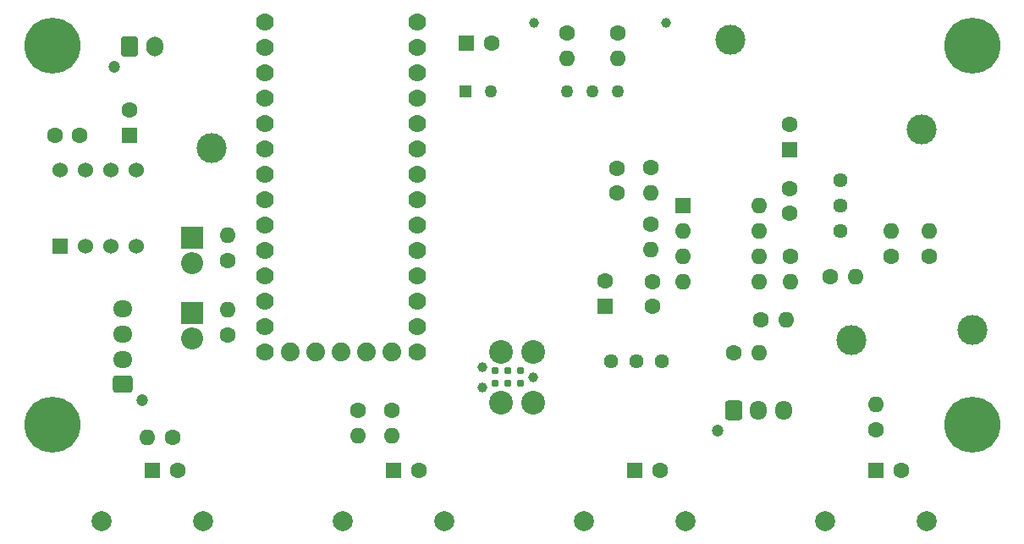
<source format=gbr>
%TF.GenerationSoftware,KiCad,Pcbnew,8.0.1*%
%TF.CreationDate,2024-06-14T16:00:13-04:00*%
%TF.ProjectId,odc-1.2,6f64632d-312e-4322-9e6b-696361645f70,1.2.1*%
%TF.SameCoordinates,Original*%
%TF.FileFunction,Soldermask,Top*%
%TF.FilePolarity,Negative*%
%FSLAX46Y46*%
G04 Gerber Fmt 4.6, Leading zero omitted, Abs format (unit mm)*
G04 Created by KiCad (PCBNEW 8.0.1) date 2024-06-14 16:00:13*
%MOMM*%
%LPD*%
G01*
G04 APERTURE LIST*
G04 Aperture macros list*
%AMRoundRect*
0 Rectangle with rounded corners*
0 $1 Rounding radius*
0 $2 $3 $4 $5 $6 $7 $8 $9 X,Y pos of 4 corners*
0 Add a 4 corners polygon primitive as box body*
4,1,4,$2,$3,$4,$5,$6,$7,$8,$9,$2,$3,0*
0 Add four circle primitives for the rounded corners*
1,1,$1+$1,$2,$3*
1,1,$1+$1,$4,$5*
1,1,$1+$1,$6,$7*
1,1,$1+$1,$8,$9*
0 Add four rect primitives between the rounded corners*
20,1,$1+$1,$2,$3,$4,$5,0*
20,1,$1+$1,$4,$5,$6,$7,0*
20,1,$1+$1,$6,$7,$8,$9,0*
20,1,$1+$1,$8,$9,$2,$3,0*%
G04 Aperture macros list end*
%ADD10C,1.600000*%
%ADD11C,1.440000*%
%ADD12C,3.000000*%
%ADD13C,1.200000*%
%ADD14RoundRect,0.250000X0.725000X-0.600000X0.725000X0.600000X-0.725000X0.600000X-0.725000X-0.600000X0*%
%ADD15O,1.950000X1.700000*%
%ADD16C,1.000000*%
%ADD17O,1.600000X1.600000*%
%ADD18R,2.200000X2.200000*%
%ADD19O,2.200000X2.200000*%
%ADD20C,5.600000*%
%ADD21RoundRect,0.250000X-0.600000X-0.725000X0.600000X-0.725000X0.600000X0.725000X-0.600000X0.725000X0*%
%ADD22O,1.700000X1.950000*%
%ADD23C,2.000000*%
%ADD24RoundRect,0.102000X-0.699000X-0.699000X0.699000X-0.699000X0.699000X0.699000X-0.699000X0.699000X0*%
%ADD25C,1.602000*%
%ADD26C,2.374900*%
%ADD27C,0.990600*%
%ADD28C,0.787400*%
%ADD29R,1.524000X1.524000*%
%ADD30C,1.524000*%
%ADD31R,1.270000X1.270000*%
%ADD32C,1.270000*%
%ADD33R,1.600000X1.600000*%
%ADD34C,1.778000*%
%ADD35C,1.879600*%
%ADD36RoundRect,0.250000X-0.600000X-0.750000X0.600000X-0.750000X0.600000X0.750000X-0.600000X0.750000X0*%
%ADD37O,1.700000X2.000000*%
G04 APERTURE END LIST*
D10*
%TO.C,C4*%
X114008000Y-77630000D03*
X114008000Y-80130000D03*
%TD*%
%TO.C,C3*%
X127724000Y-70828000D03*
X127724000Y-68328000D03*
%TD*%
D11*
%TO.C,RV2*%
X132804000Y-72606000D03*
X132804000Y-70066000D03*
X132804000Y-67526000D03*
%TD*%
D12*
%TO.C,TP11*%
X69950000Y-64300000D03*
%TD*%
D13*
%TO.C,J6*%
X63000000Y-89500000D03*
D14*
X61000000Y-87900000D03*
D15*
X61000000Y-85400000D03*
X61000000Y-82900000D03*
X61000000Y-80400000D03*
%TD*%
D16*
%TO.C,TP9*%
X115350000Y-51700000D03*
%TD*%
D10*
%TO.C,C8*%
X110452000Y-66296000D03*
X110452000Y-68796000D03*
%TD*%
%TO.C,R2*%
X141694000Y-75146000D03*
D17*
X141694000Y-72606000D03*
%TD*%
D10*
%TO.C,R10*%
X66045000Y-93250000D03*
D17*
X63505000Y-93250000D03*
%TD*%
D12*
%TO.C,TP7*%
X121825000Y-53400000D03*
%TD*%
D10*
%TO.C,C1*%
X56750000Y-63000000D03*
X54250000Y-63000000D03*
%TD*%
%TO.C,R13*%
X105500000Y-52794000D03*
D17*
X105500000Y-55334000D03*
%TD*%
D18*
%TO.C,D2*%
X68000000Y-80750000D03*
D19*
X68000000Y-83290000D03*
%TD*%
D10*
%TO.C,R3*%
X113903000Y-66200000D03*
D17*
X113903000Y-68740000D03*
%TD*%
D20*
%TO.C,H2*%
X146000000Y-54000000D03*
%TD*%
D10*
%TO.C,R11*%
X71500000Y-75500000D03*
D17*
X71500000Y-72960000D03*
%TD*%
D13*
%TO.C,SW1*%
X120533000Y-92513000D03*
D21*
X122133000Y-90513000D03*
D22*
X124633000Y-90513000D03*
X127133000Y-90513000D03*
%TD*%
D12*
%TO.C,TP6*%
X146012000Y-82512000D03*
%TD*%
D23*
%TO.C,J1*%
X83044082Y-101600000D03*
X93204082Y-101600000D03*
D24*
X88124082Y-96520000D03*
D25*
X90664082Y-96520000D03*
%TD*%
D26*
%TO.C,J7*%
X102075000Y-89756000D03*
D27*
X102075000Y-87216000D03*
D26*
X102075000Y-84676000D03*
X98900000Y-89756000D03*
X98900000Y-84676000D03*
D27*
X96995000Y-88232000D03*
X96995000Y-86200000D03*
D28*
X100805000Y-86581000D03*
X100805000Y-87851000D03*
X99535000Y-86581000D03*
X99535000Y-87851000D03*
X98265000Y-86581000D03*
X98265000Y-87851000D03*
%TD*%
D23*
%TO.C,J4*%
X58920000Y-101600000D03*
X69080000Y-101600000D03*
D24*
X64000000Y-96520000D03*
D25*
X66540000Y-96520000D03*
%TD*%
D20*
%TO.C,H1*%
X146000000Y-92000000D03*
%TD*%
D29*
%TO.C,U1*%
X54750000Y-74120000D03*
D30*
X57290000Y-74120000D03*
X59830000Y-74120000D03*
X62370000Y-74120000D03*
X62370000Y-66500000D03*
X59830000Y-66500000D03*
X57290000Y-66500000D03*
X54750000Y-66500000D03*
%TD*%
D10*
%TO.C,R15*%
X122136000Y-84798000D03*
D17*
X124676000Y-84798000D03*
%TD*%
D20*
%TO.C,H4*%
X54000000Y-92000000D03*
%TD*%
D10*
%TO.C,R8*%
X88000000Y-90500000D03*
D17*
X88000000Y-93040000D03*
%TD*%
D31*
%TO.C,U3*%
X95350000Y-58600000D03*
D32*
X97890000Y-58600000D03*
X105510000Y-58600000D03*
X108050000Y-58600000D03*
X110590000Y-58600000D03*
%TD*%
D33*
%TO.C,C7*%
X109309000Y-80099000D03*
D10*
X109309000Y-77599000D03*
%TD*%
D23*
%TO.C,J2*%
X107168164Y-101600000D03*
X117328164Y-101600000D03*
D24*
X112248164Y-96520000D03*
D25*
X114788164Y-96520000D03*
%TD*%
D10*
%TO.C,R1*%
X137884000Y-75146000D03*
D17*
X137884000Y-72606000D03*
%TD*%
D33*
%TO.C,C5*%
X95415200Y-53810000D03*
D10*
X97915200Y-53810000D03*
%TD*%
D18*
%TO.C,D1*%
X68000000Y-73250000D03*
D19*
X68000000Y-75790000D03*
%TD*%
D10*
%TO.C,R5*%
X127873000Y-75090000D03*
D17*
X127873000Y-77630000D03*
%TD*%
D20*
%TO.C,H3*%
X54000000Y-54000000D03*
%TD*%
D10*
%TO.C,R12*%
X71500000Y-83000000D03*
D17*
X71500000Y-80460000D03*
%TD*%
D33*
%TO.C,C6*%
X127724000Y-64413112D03*
D10*
X127724000Y-61913112D03*
%TD*%
D12*
%TO.C,TP1*%
X140932000Y-62446000D03*
%TD*%
D10*
%TO.C,R16*%
X131788000Y-77178000D03*
D17*
X134328000Y-77178000D03*
%TD*%
D23*
%TO.C,J3*%
X131292246Y-101600000D03*
X141452246Y-101600000D03*
D24*
X136372246Y-96520000D03*
D25*
X138912246Y-96520000D03*
%TD*%
D12*
%TO.C,TP4*%
X133900000Y-83475000D03*
%TD*%
D10*
%TO.C,R9*%
X84571000Y-90500000D03*
D17*
X84571000Y-93040000D03*
%TD*%
D16*
%TO.C,TP10*%
X102200000Y-51700000D03*
%TD*%
D34*
%TO.C,J5*%
X75260000Y-51660000D03*
X75260000Y-54200000D03*
X75260000Y-56740000D03*
X75260000Y-59280000D03*
X75260000Y-61820000D03*
X75260000Y-64360000D03*
X75260000Y-66900000D03*
X75260000Y-69440000D03*
X75260000Y-71980000D03*
X75260000Y-74520000D03*
X75260000Y-77060000D03*
X75260000Y-79600000D03*
X75260000Y-82140000D03*
X75260000Y-84680000D03*
X90500000Y-84680000D03*
X90500000Y-82140000D03*
X90500000Y-79600000D03*
X90500000Y-77060000D03*
X90500000Y-74520000D03*
X90500000Y-71980000D03*
X90500000Y-69440000D03*
X90500000Y-66900000D03*
X90500000Y-64360000D03*
X90500000Y-61820000D03*
X90500000Y-59280000D03*
X90500000Y-56740000D03*
X90500000Y-54200000D03*
X90500001Y-51659999D03*
D35*
X77800000Y-84680000D03*
X80340000Y-84680000D03*
X82880000Y-84680000D03*
X85420000Y-84680000D03*
X87960000Y-84680000D03*
%TD*%
D10*
%TO.C,R14*%
X110580000Y-52794000D03*
D17*
X110580000Y-55334000D03*
%TD*%
D13*
%TO.C,SW2*%
X60150000Y-56150000D03*
D36*
X61750000Y-54150000D03*
D37*
X64250000Y-54150000D03*
%TD*%
D10*
%TO.C,R7*%
X136360000Y-92480000D03*
D17*
X136360000Y-89940000D03*
%TD*%
D11*
%TO.C,RV1*%
X114935000Y-85600000D03*
X112395000Y-85600000D03*
X109855000Y-85600000D03*
%TD*%
D10*
%TO.C,R4*%
X113903000Y-71915000D03*
D17*
X113903000Y-74455000D03*
%TD*%
D33*
%TO.C,U2*%
X117088000Y-70020000D03*
D17*
X117088000Y-72560000D03*
X117088000Y-75100000D03*
X117088000Y-77640000D03*
X124708000Y-77640000D03*
X124708000Y-75100000D03*
X124708000Y-72560000D03*
X124708000Y-70020000D03*
%TD*%
D10*
%TO.C,R6*%
X124901000Y-81496000D03*
D17*
X127441000Y-81496000D03*
%TD*%
D33*
%TO.C,C2*%
X61750000Y-63000000D03*
D10*
X61750000Y-60500000D03*
%TD*%
M02*

</source>
